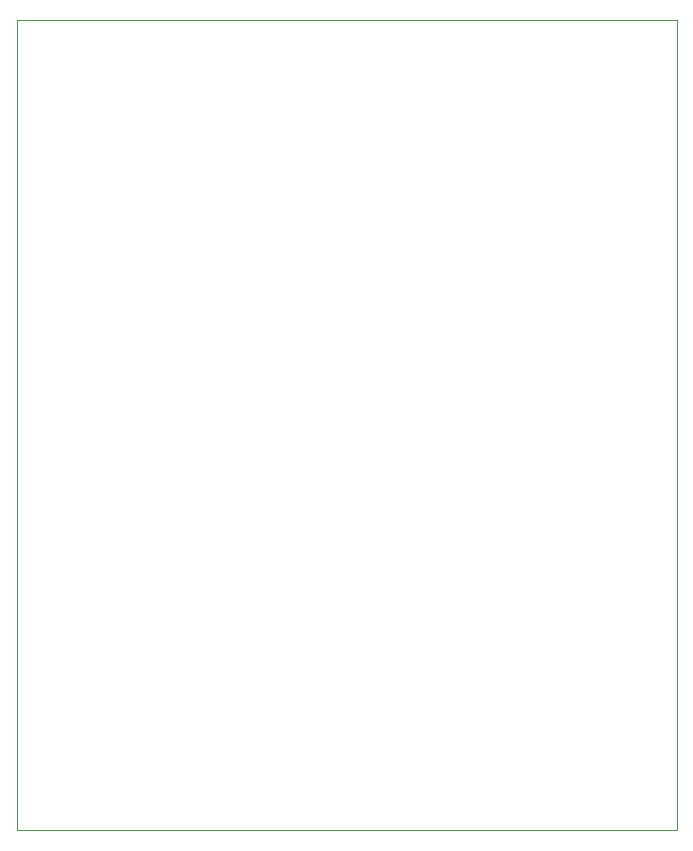
<source format=gbr>
%TF.GenerationSoftware,KiCad,Pcbnew,8.0.5*%
%TF.CreationDate,2024-10-17T17:27:17+02:00*%
%TF.ProjectId,WiiBoard,57696942-6f61-4726-942e-6b696361645f,rev?*%
%TF.SameCoordinates,Original*%
%TF.FileFunction,Profile,NP*%
%FSLAX46Y46*%
G04 Gerber Fmt 4.6, Leading zero omitted, Abs format (unit mm)*
G04 Created by KiCad (PCBNEW 8.0.5) date 2024-10-17 17:27:17*
%MOMM*%
%LPD*%
G01*
G04 APERTURE LIST*
%TA.AperFunction,Profile*%
%ADD10C,0.050000*%
%TD*%
G04 APERTURE END LIST*
D10*
X81280000Y-106680000D02*
X81280000Y-38100000D01*
X81280000Y-38100000D02*
X137160000Y-38100000D01*
X137160000Y-106680000D02*
X81280000Y-106680000D01*
X137160000Y-38100000D02*
X137160000Y-106680000D01*
M02*

</source>
